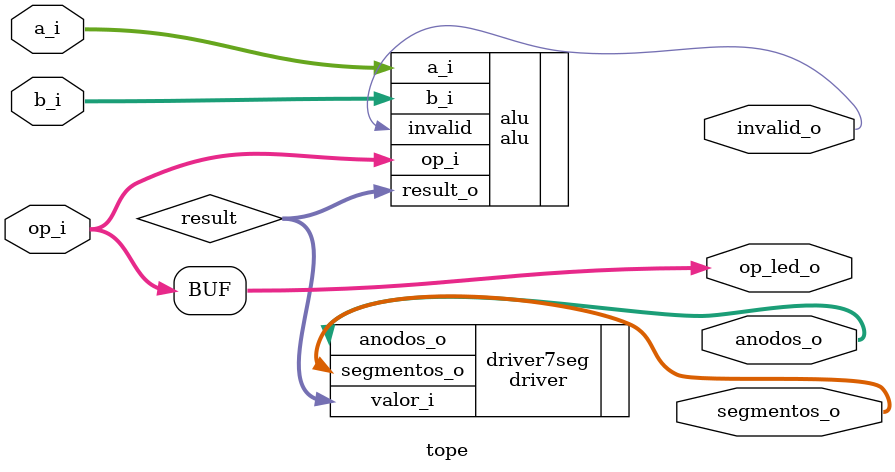
<source format=v>
`timescale 1ns / 1ps
/*
 ******************************************************************************
 * Autor: Ángel Terrones <aterrones@usb.ve>
 * Módulo: ALU + driver7seg
 ******************************************************************************
 */
module tope(
    input [3:0]  a_i,
    input [3:0]  b_i,
    input [3:0]  op_i,
    output [7:0] segmentos_o,
    output [3:0] anodos_o,
    output       invalid_o,
    output [3:0] op_led_o
    );

wire [3:0] result;
assign op_led_o = op_i;

alu alu(
    .a_i(a_i),
    .b_i(b_i),
    .op_i(op_i),
    .result_o(result),
    .invalid(invalid_o)
    );

driver driver7seg(
    .valor_i(result),
    .anodos_o(anodos_o),
    .segmentos_o(segmentos_o)
    );

endmodule
// ****************************************************************************
// EOF
// ****************************************************************************
</source>
